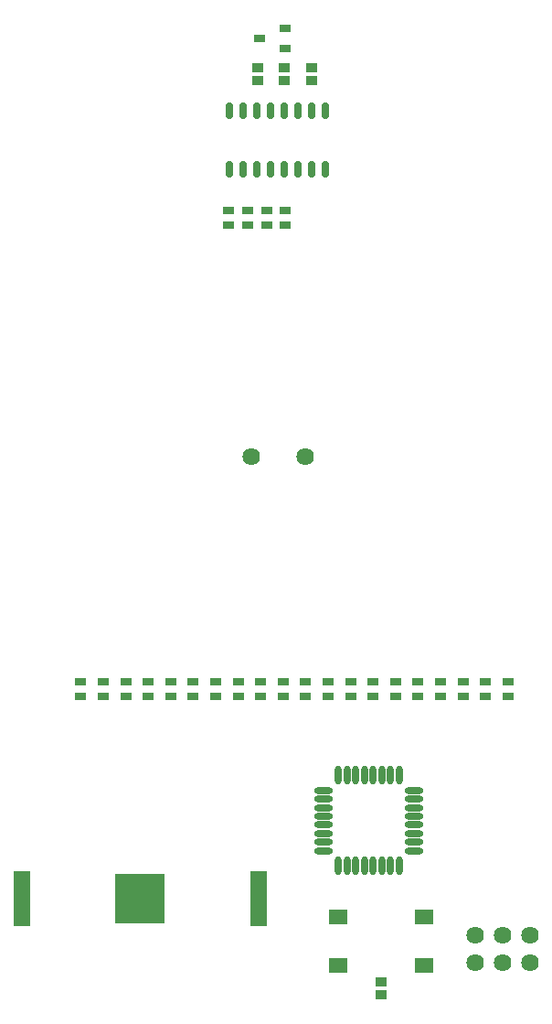
<source format=gbs>
G04*
G04 #@! TF.GenerationSoftware,Altium Limited,Altium Designer,18.1.9 (240)*
G04*
G04 Layer_Color=16711935*
%FSLAX25Y25*%
%MOIN*%
G70*
G01*
G75*
%ADD20R,0.03943X0.03550*%
%ADD25C,0.06400*%
%ADD37O,0.02762X0.06109*%
%ADD38R,0.03943X0.03156*%
%ADD39R,0.04140X0.02959*%
%ADD40O,0.06896X0.02565*%
%ADD41O,0.02565X0.06896*%
%ADD42R,0.06502X0.05518*%
%ADD43R,0.18117X0.18117*%
%ADD44R,0.06306X0.20479*%
D20*
X116200Y341176D02*
D03*
Y336451D02*
D03*
X106430Y341176D02*
D03*
Y336451D02*
D03*
X96659D02*
D03*
Y341176D02*
D03*
X141500Y8162D02*
D03*
Y3438D02*
D03*
D25*
X114100Y199400D02*
D03*
X94415D02*
D03*
X175900Y25200D02*
D03*
Y15200D02*
D03*
X185900Y25200D02*
D03*
Y15200D02*
D03*
X195900Y25200D02*
D03*
Y15200D02*
D03*
D37*
X86300Y325428D02*
D03*
X91300D02*
D03*
X96300D02*
D03*
X101300D02*
D03*
X106300D02*
D03*
X111300D02*
D03*
X116300D02*
D03*
X121300D02*
D03*
X86300Y303972D02*
D03*
X91300D02*
D03*
X96300D02*
D03*
X101300D02*
D03*
X106300D02*
D03*
X111300D02*
D03*
X116300D02*
D03*
X121300D02*
D03*
D38*
X86100Y289156D02*
D03*
Y283644D02*
D03*
X99900Y289156D02*
D03*
Y283644D02*
D03*
X40300Y112000D02*
D03*
Y117512D02*
D03*
X56700Y112000D02*
D03*
Y117512D02*
D03*
X73100Y112000D02*
D03*
Y117512D02*
D03*
X89500Y112000D02*
D03*
Y117512D02*
D03*
X105900Y112000D02*
D03*
Y117512D02*
D03*
X114100Y112000D02*
D03*
Y117512D02*
D03*
X179700Y112000D02*
D03*
Y117512D02*
D03*
X106800Y289156D02*
D03*
Y283644D02*
D03*
X93000Y289156D02*
D03*
Y283644D02*
D03*
X97700Y112000D02*
D03*
Y117512D02*
D03*
X122300Y112000D02*
D03*
Y117512D02*
D03*
X32100Y112000D02*
D03*
Y117512D02*
D03*
X146900Y112000D02*
D03*
Y117512D02*
D03*
X155100Y112000D02*
D03*
Y117512D02*
D03*
X163300Y112000D02*
D03*
Y117512D02*
D03*
X48500Y112000D02*
D03*
Y117512D02*
D03*
X171500Y112000D02*
D03*
Y117512D02*
D03*
X64900Y112000D02*
D03*
Y117512D02*
D03*
X187900Y112000D02*
D03*
Y117512D02*
D03*
X81300Y112000D02*
D03*
Y117512D02*
D03*
X130500Y112000D02*
D03*
Y117512D02*
D03*
X138700Y112000D02*
D03*
Y117512D02*
D03*
D39*
X106726Y355540D02*
D03*
Y348060D02*
D03*
X97474Y351800D02*
D03*
D40*
X153700Y77898D02*
D03*
Y74749D02*
D03*
Y71599D02*
D03*
Y68450D02*
D03*
Y65300D02*
D03*
Y62150D02*
D03*
Y59001D02*
D03*
Y55851D02*
D03*
X120629D02*
D03*
Y59001D02*
D03*
Y62150D02*
D03*
Y65300D02*
D03*
Y68450D02*
D03*
Y71599D02*
D03*
Y74749D02*
D03*
Y77898D02*
D03*
D41*
X148188Y50339D02*
D03*
X145039D02*
D03*
X141889D02*
D03*
X138739D02*
D03*
X135590D02*
D03*
X132440D02*
D03*
X129291D02*
D03*
X126141D02*
D03*
Y83410D02*
D03*
X129291D02*
D03*
X132440D02*
D03*
X135590D02*
D03*
X138739D02*
D03*
X141889D02*
D03*
X145039D02*
D03*
X148188D02*
D03*
D42*
X126050Y14042D02*
D03*
Y31758D02*
D03*
X157350Y14042D02*
D03*
Y31758D02*
D03*
D43*
X53710Y38400D02*
D03*
D44*
X96820D02*
D03*
X10600D02*
D03*
M02*

</source>
